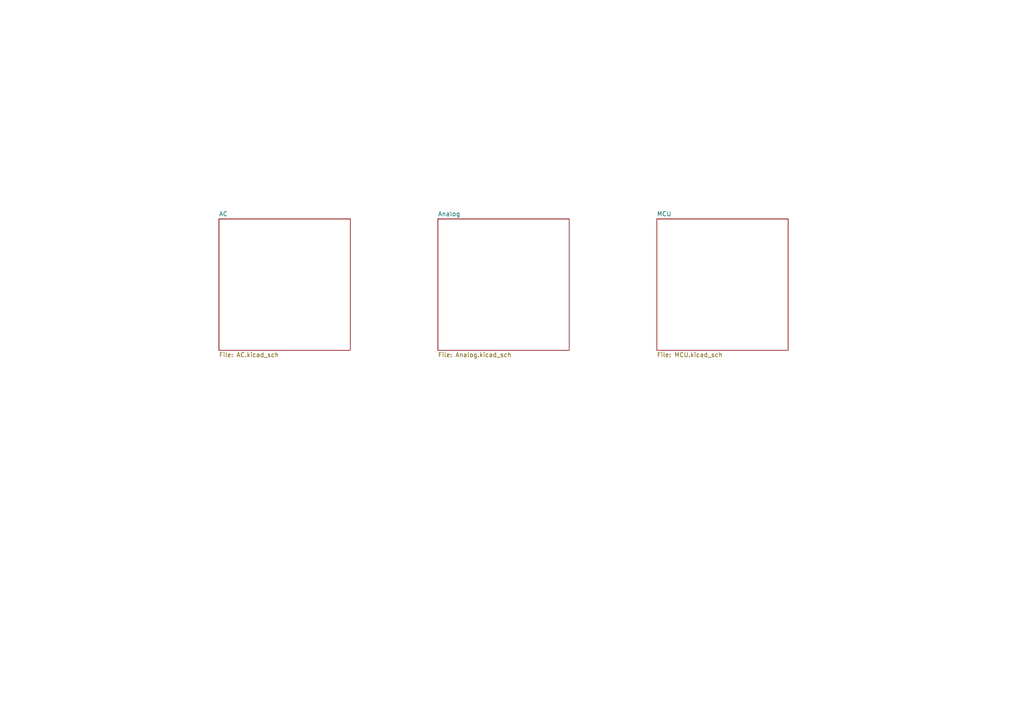
<source format=kicad_sch>
(kicad_sch (version 20211123) (generator eeschema)
  (paper "A4")
  (title_block (title "OpenSolder Station Schematic") (date "2022-05-09") (rev "1") (comment 1 "Licence: GPL-3.0") (comment 2 "Designed by: Håvard Jakobsen") (comment 4 "OpenSolder - JBC T245 compatible soldering station"))
  (lib_symbols)
  (sheet (at 63.5 63.5) (size 38.1 38.1) (stroke (width 0.1524))
    (property "Sheet name" "AC" (at 63.5 62.7884 0) (effects (justify left bottom)))
    (property "Sheet file" "AC.kicad_sch" (at 63.5 102.1846 0) (effects (justify left top)))
  )
  (sheet (at 190.5 63.5) (size 38.1 38.1) (stroke (width 0.1524))
    (property "Sheet name" "MCU" (at 190.5 62.7884 0) (effects (justify left bottom)))
    (property "Sheet file" "MCU.kicad_sch" (at 190.5 102.1846 0) (effects (justify left top)))
  )
  (sheet (at 127 63.5) (size 38.1 38.1) (stroke (width 0.1524))
    (property "Sheet name" "Analog" (at 127 62.7884 0) (effects (justify left bottom)))
    (property "Sheet file" "Analog.kicad_sch" (at 127 102.1846 0) (effects (justify left top)))
  )
)
</source>
